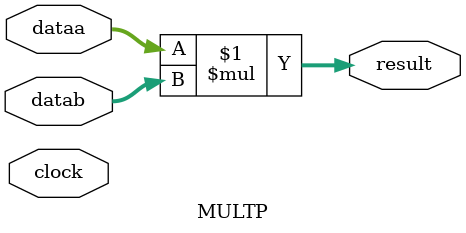
<source format=v>
module MULTP (
	clock,
	dataa,
	datab,
	result);

	input	  clock;
	input signed	[15:0]  dataa;
	input signed	[15:0]  datab;
	output signed	[31:0]  result;

assign result = dataa * datab;

endmodule
</source>
